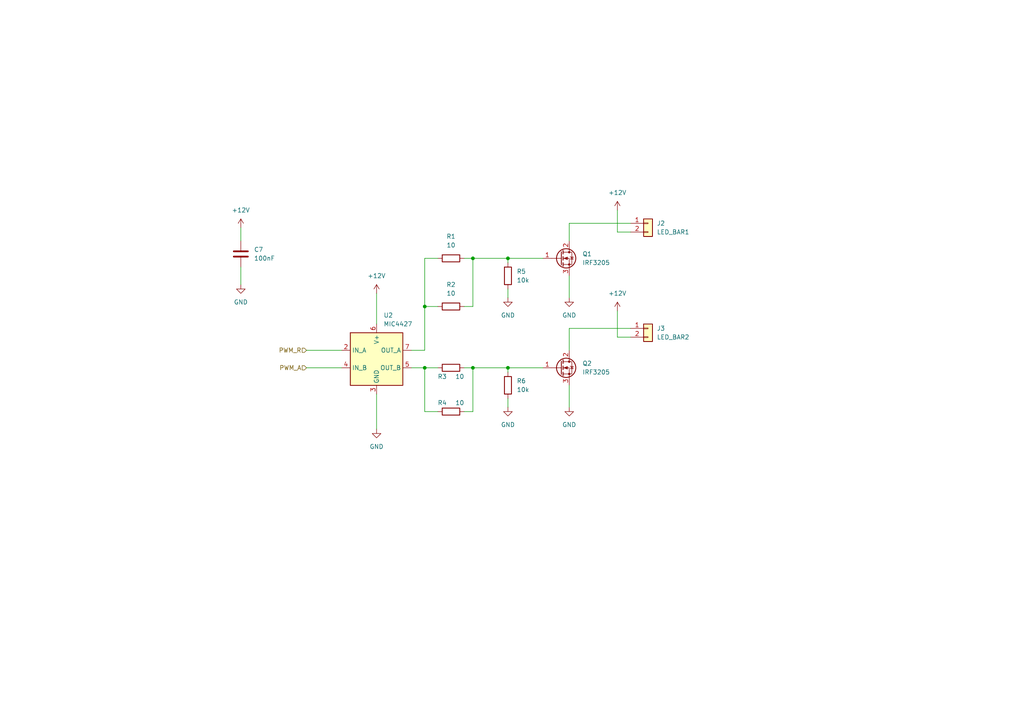
<source format=kicad_sch>
(kicad_sch (version 20211123) (generator eeschema)
  (paper "A4")
  (lib_symbols
    (symbol "Connector_Generic:Conn_01x02" (pin_names (offset 1.016) hide)
      (property "Reference" "J" (at 0 2.54 0))
      (property "Value" "Conn_01x02" (at 0 -5.08 0))
      (symbol "Conn_01x02_1_1"
        (rectangle (start -1.27 -2.413) (end 0 -2.667) (stroke (width 0.1524)))
        (rectangle (start -1.27 0.127) (end 0 -0.127) (stroke (width 0.1524)))
        (rectangle (start -1.27 1.27) (end 1.27 -3.81) (stroke (width 0.254)) (fill (type background)))
        (pin passive line (at -5.08 0 0) (length 3.81) (name "Pin_1") (number "1"))
        (pin passive line (at -5.08 -2.54 0) (length 3.81) (name "Pin_2") (number "2"))
      )
    )
    (symbol "Device:C" (pin_numbers hide) (pin_names (offset 0.254))
      (property "Reference" "C" (at 0.635 2.54 0))
      (property "Value" "C" (at 0.635 -2.54 0))
      (symbol "C_0_1"
        (polyline (pts (xy -2.032 -0.762) (xy 2.032 -0.762)) (stroke (width 0.508)))
        (polyline (pts (xy -2.032 0.762) (xy 2.032 0.762)) (stroke (width 0.508)))
      )
      (symbol "C_1_1"
        (pin passive line (at 0 3.81 270) (length 2.794) (name "~") (number "1"))
        (pin passive line (at 0 -3.81 90) (length 2.794) (name "~") (number "2"))
      )
    )
    (symbol "Device:R" (pin_numbers hide) (pin_names (offset 0))
      (property "Reference" "R" (at 2.032 0 90))
      (property "Value" "R" (at 0 0 90))
      (symbol "R_0_1"
        (rectangle (start -1.016 -2.54) (end 1.016 2.54) (stroke (width 0.254)))
      )
      (symbol "R_1_1"
        (pin passive line (at 0 3.81 270) (length 1.27) (name "~") (number "1"))
        (pin passive line (at 0 -3.81 90) (length 1.27) (name "~") (number "2"))
      )
    )
    (symbol "Driver_FET:MIC4427"
      (property "Reference" "U" (at -7.62 8.89 0))
      (property "Value" "MIC4427" (at 1.27 8.89 0))
      (symbol "MIC4427_0_1"
        (rectangle (start -7.62 -7.62) (end 7.62 7.62) (stroke (width 0.254)) (fill (type background)))
      )
      (symbol "MIC4427_1_1"
        (pin no_connect line (at -7.62 0 0) (length 2.54) hide (name "NC") (number "1"))
        (pin input line (at -10.16 2.54 0) (length 2.54) (name "IN_A") (number "2"))
        (pin power_in line (at 0 -10.16 90) (length 2.54) (name "GND") (number "3"))
        (pin input line (at -10.16 -2.54 0) (length 2.54) (name "IN_B") (number "4"))
        (pin output line (at 10.16 -2.54 180) (length 2.54) (name "OUT_B") (number "5"))
        (pin power_in line (at 0 10.16 270) (length 2.54) (name "V+") (number "6"))
        (pin output line (at 10.16 2.54 180) (length 2.54) (name "OUT_A") (number "7"))
        (pin no_connect line (at 7.62 0 180) (length 2.54) hide (name "NC") (number "8"))
      )
    )
    (symbol "Transistor_FET:IRF3205" (pin_names hide)
      (property "Reference" "Q" (at 6.35 1.905 0))
      (property "Value" "IRF3205" (at 6.35 0 0))
      (symbol "IRF3205_0_1"
        (polyline (pts (xy 0.254 0) (xy -2.54 0)))
        (polyline (pts (xy 0.254 1.905) (xy 0.254 -1.905)) (stroke (width 0.254)))
        (polyline (pts (xy 0.762 -1.27) (xy 0.762 -2.286)) (stroke (width 0.254)))
        (polyline (pts (xy 0.762 0.508) (xy 0.762 -0.508)) (stroke (width 0.254)))
        (polyline (pts (xy 0.762 2.286) (xy 0.762 1.27)) (stroke (width 0.254)))
        (polyline (pts (xy 2.54 2.54) (xy 2.54 1.778)))
        (polyline (pts (xy 2.54 -2.54) (xy 2.54 0) (xy 0.762 0)))
        (polyline (pts (xy 0.762 -1.778) (xy 3.302 -1.778) (xy 3.302 1.778) (xy 0.762 1.778)))
        (polyline (pts (xy 1.016 0) (xy 2.032 0.381) (xy 2.032 -0.381) (xy 1.016 0)) (fill (type outline)))
        (polyline (pts (xy 2.794 0.508) (xy 2.921 0.381) (xy 3.683 0.381) (xy 3.81 0.254)))
        (polyline (pts (xy 3.302 0.381) (xy 2.921 -0.254) (xy 3.683 -0.254) (xy 3.302 0.381)))
        (circle (center 1.651 0) (radius 2.794) (stroke (width 0.254)))
        (circle (center 2.54 -1.778) (radius 0.254) (fill (type outline)))
        (circle (center 2.54 1.778) (radius 0.254) (fill (type outline)))
      )
      (symbol "IRF3205_1_1"
        (pin input line (at -5.08 0 0) (length 2.54) (name "G") (number "1"))
        (pin passive line (at 2.54 5.08 270) (length 2.54) (name "D") (number "2"))
        (pin passive line (at 2.54 -5.08 90) (length 2.54) (name "S") (number "3"))
      )
    )
    (symbol "power:+12V" (power) (pin_names (offset 0))
      (property "Value" "+12V" (at 0 3.556 0))
      (symbol "+12V_0_1"
        (polyline (pts (xy -0.762 1.27) (xy 0 2.54)))
        (polyline (pts (xy 0 0) (xy 0 2.54)))
        (polyline (pts (xy 0 2.54) (xy 0.762 1.27)))
      )
      (symbol "+12V_1_1"
        (pin power_in line (at 0 0 90) (length 0) hide (name "+12V") (number "1"))
      )
    )
    (symbol "power:GND" (power) (pin_names (offset 0))
      (property "Value" "GND" (at 0 -3.81 0))
      (symbol "GND_0_1"
        (polyline (pts (xy 0 0) (xy 0 -1.27) (xy 1.27 -1.27) (xy 0 -2.54) (xy -1.27 -1.27) (xy 0 -1.27)))
      )
      (symbol "GND_1_1"
        (pin power_in line (at 0 0 270) (length 0) hide (name "GND") (number "1"))
      )
    )
  )
  (junction (at 123.19 88.9))
  (junction (at 137.16 74.93))
  (junction (at 137.16 106.68))
  (junction (at 123.19 106.68))
  (junction (at 147.32 106.68))
  (junction (at 147.32 74.93))
  (wire (pts (xy 147.32 115.57) (xy 147.32 118.11)))
  (wire (pts (xy 123.19 88.9) (xy 123.19 74.93)))
  (wire (pts (xy 69.85 66.04) (xy 69.85 69.85)))
  (wire (pts (xy 134.62 74.93) (xy 137.16 74.93)))
  (wire (pts (xy 147.32 83.82) (xy 147.32 86.36)))
  (wire (pts (xy 69.85 77.47) (xy 69.85 82.55)))
  (wire (pts (xy 179.07 97.79) (xy 182.88 97.79)))
  (wire (pts (xy 165.1 111.76) (xy 165.1 118.11)))
  (wire (pts (xy 127 119.38) (xy 123.19 119.38)))
  (wire (pts (xy 123.19 88.9) (xy 127 88.9)))
  (wire (pts (xy 165.1 64.77) (xy 182.88 64.77)))
  (wire (pts (xy 109.22 114.3) (xy 109.22 124.46)))
  (wire (pts (xy 109.22 85.09) (xy 109.22 93.98)))
  (wire (pts (xy 134.62 88.9) (xy 137.16 88.9)))
  (wire (pts (xy 137.16 88.9) (xy 137.16 74.93)))
  (wire (pts (xy 147.32 74.93) (xy 147.32 76.2)))
  (wire (pts (xy 123.19 106.68) (xy 123.19 119.38)))
  (wire (pts (xy 137.16 106.68) (xy 147.32 106.68)))
  (wire (pts (xy 165.1 80.01) (xy 165.1 86.36)))
  (wire (pts (xy 123.19 101.6) (xy 123.19 88.9)))
  (wire (pts (xy 165.1 95.25) (xy 182.88 95.25)))
  (wire (pts (xy 147.32 74.93) (xy 157.48 74.93)))
  (wire (pts (xy 123.19 74.93) (xy 127 74.93)))
  (wire (pts (xy 137.16 119.38) (xy 134.62 119.38)))
  (wire (pts (xy 137.16 106.68) (xy 137.16 119.38)))
  (wire (pts (xy 88.9 101.6) (xy 99.06 101.6)))
  (wire (pts (xy 179.07 90.17) (xy 179.07 97.79)))
  (wire (pts (xy 147.32 106.68) (xy 147.32 107.95)))
  (wire (pts (xy 119.38 106.68) (xy 123.19 106.68)))
  (wire (pts (xy 88.9 106.68) (xy 99.06 106.68)))
  (wire (pts (xy 137.16 74.93) (xy 147.32 74.93)))
  (wire (pts (xy 119.38 101.6) (xy 123.19 101.6)))
  (wire (pts (xy 165.1 64.77) (xy 165.1 69.85)))
  (wire (pts (xy 179.07 67.31) (xy 182.88 67.31)))
  (wire (pts (xy 147.32 106.68) (xy 157.48 106.68)))
  (wire (pts (xy 134.62 106.68) (xy 137.16 106.68)))
  (wire (pts (xy 123.19 106.68) (xy 127 106.68)))
  (wire (pts (xy 179.07 60.96) (xy 179.07 67.31)))
  (wire (pts (xy 165.1 95.25) (xy 165.1 101.6)))
  (hierarchical_label "PWM_A" (shape input) (at 88.9 106.68 180))
  (hierarchical_label "PWM_R" (shape input) (at 88.9 101.6 180))
  (symbol (lib_id "power:+12V") (at 179.07 90.17 0) (unit 1)
    (property "Reference" "#PWR021" (effects hide))
    (property "Value" "+12V" (at 179.07 85.09 0))
  )
  (symbol (lib_id "Transistor_FET:IRF3205") (at 162.56 106.68 0) (unit 1)
    (property "Reference" "Q2" (at 168.91 105.4099 0) (effects (justify left)))
    (property "Value" "IRF3205" (at 168.91 107.9499 0) (effects (justify left)))
    (property "Footprint" "Package_TO_SOT_THT:TO-220-3_Vertical" (effects hide))
    (property "Datasheet" "http://www.irf.com/product-info/datasheets/data/irf3205.pdf" (effects hide))
  )
  (symbol (lib_id "Transistor_FET:IRF3205") (at 162.56 74.93 0) (unit 1)
    (property "Reference" "Q1" (at 168.91 73.6599 0) (effects (justify left)))
    (property "Value" "IRF3205" (at 168.91 76.1999 0) (effects (justify left)))
    (property "Footprint" "Package_TO_SOT_THT:TO-220-3_Vertical" (effects hide))
    (property "Datasheet" "http://www.irf.com/product-info/datasheets/data/irf3205.pdf" (effects hide))
  )
  (symbol (lib_id "power:GND") (at 147.32 118.11 0) (unit 1)
    (property "Reference" "#PWR017" (effects hide))
    (property "Value" "GND" (at 147.32 123.19 0))
  )
  (symbol (lib_id "power:GND") (at 165.1 86.36 0) (unit 1)
    (property "Reference" "#PWR018" (effects hide))
    (property "Value" "GND" (at 165.1 91.44 0))
  )
  (symbol (lib_id "Device:R") (at 130.81 74.93 90) (unit 1)
    (property "Reference" "R1" (at 130.81 68.58 90))
    (property "Value" "10" (at 130.81 71.12 90))
    (property "Footprint" "Resistor_SMD:R_0603_1608Metric" (effects hide))
  )
  (symbol (lib_id "Device:R") (at 130.81 88.9 90) (unit 1)
    (property "Reference" "R2" (at 130.81 82.55 90))
    (property "Value" "10" (at 130.81 85.09 90))
    (property "Footprint" "Resistor_SMD:R_0603_1608Metric" (effects hide))
  )
  (symbol (lib_id "Connector_Generic:Conn_01x02") (at 187.96 95.25 0) (unit 1)
    (property "Reference" "J3" (at 190.5 95.2499 0) (effects (justify left)))
    (property "Value" "LED_BAR2" (at 190.5 97.7899 0) (effects (justify left)))
    (property "Footprint" "TerminalBlock:TerminalBlock_bornier-2_P5.08mm" (effects hide))
  )
  (symbol (lib_id "power:+12V") (at 69.85 66.04 0) (unit 1)
    (property "Reference" "#PWR012" (effects hide))
    (property "Value" "+12V" (at 69.85 60.96 0))
  )
  (symbol (lib_id "Device:R") (at 147.32 111.76 0) (unit 1)
    (property "Reference" "R6" (at 149.86 110.4899 0) (effects (justify left)))
    (property "Value" "10k" (at 149.86 113.0299 0) (effects (justify left)))
    (property "Footprint" "Resistor_SMD:R_0603_1608Metric" (effects hide))
  )
  (symbol (lib_id "power:GND") (at 147.32 86.36 0) (unit 1)
    (property "Reference" "#PWR016" (effects hide))
    (property "Value" "GND" (at 147.32 91.44 0))
  )
  (symbol (lib_id "power:+12V") (at 179.07 60.96 0) (unit 1)
    (property "Reference" "#PWR020" (effects hide))
    (property "Value" "+12V" (at 179.07 55.88 0))
  )
  (symbol (lib_id "power:GND") (at 165.1 118.11 0) (unit 1)
    (property "Reference" "#PWR019" (effects hide))
    (property "Value" "GND" (at 165.1 123.19 0))
  )
  (symbol (lib_id "power:GND") (at 109.22 124.46 0) (unit 1)
    (property "Reference" "#PWR015" (effects hide))
    (property "Value" "GND" (at 109.22 129.54 0))
  )
  (symbol (lib_id "Device:R") (at 147.32 80.01 0) (unit 1)
    (property "Reference" "R5" (at 149.86 78.7399 0) (effects (justify left)))
    (property "Value" "10k" (at 149.86 81.2799 0) (effects (justify left)))
    (property "Footprint" "Resistor_SMD:R_0603_1608Metric" (effects hide))
  )
  (symbol (lib_id "Device:C") (at 69.85 73.66 0) (unit 1)
    (property "Reference" "C7" (at 73.66 72.3899 0) (effects (justify left)))
    (property "Value" "100nF" (at 73.66 74.9299 0) (effects (justify left)))
    (property "Footprint" "Capacitor_SMD:C_0603_1608Metric" (effects hide))
  )
  (symbol (lib_id "Driver_FET:MIC4427") (at 109.22 104.14 0) (unit 1)
    (property "Reference" "U2" (at 111.2394 91.44 0) (effects (justify left)))
    (property "Value" "MIC4427" (at 111.2394 93.98 0) (effects (justify left)))
    (property "Footprint" "Package_SO:SOIC-8_3.9x4.9mm_P1.27mm" (effects hide))
    (property "Datasheet" "http://ww1.microchip.com/downloads/en/DeviceDoc/mic4426.pdf" (effects hide))
  )
  (symbol (lib_id "Device:R") (at 130.81 106.68 90) (unit 1)
    (property "Reference" "R3" (at 128.27 109.22 90))
    (property "Value" "10" (at 133.35 109.22 90))
    (property "Footprint" "Resistor_SMD:R_0603_1608Metric" (effects hide))
  )
  (symbol (lib_id "Device:R") (at 130.81 119.38 90) (unit 1)
    (property "Reference" "R4" (at 128.27 116.84 90))
    (property "Value" "10" (at 133.35 116.84 90))
    (property "Footprint" "Resistor_SMD:R_0603_1608Metric" (effects hide))
  )
  (symbol (lib_id "power:GND") (at 69.85 82.55 0) (unit 1)
    (property "Reference" "#PWR013" (effects hide))
    (property "Value" "GND" (at 69.85 87.63 0))
  )
  (symbol (lib_id "Connector_Generic:Conn_01x02") (at 187.96 64.77 0) (unit 1)
    (property "Reference" "J2" (at 190.5 64.7699 0) (effects (justify left)))
    (property "Value" "LED_BAR1" (at 190.5 67.3099 0) (effects (justify left)))
    (property "Footprint" "TerminalBlock:TerminalBlock_bornier-2_P5.08mm" (effects hide))
  )
  (symbol (lib_id "power:+12V") (at 109.22 85.09 0) (unit 1)
    (property "Reference" "#PWR014" (effects hide))
    (property "Value" "+12V" (at 109.22 80.01 0))
  )
)
</source>
